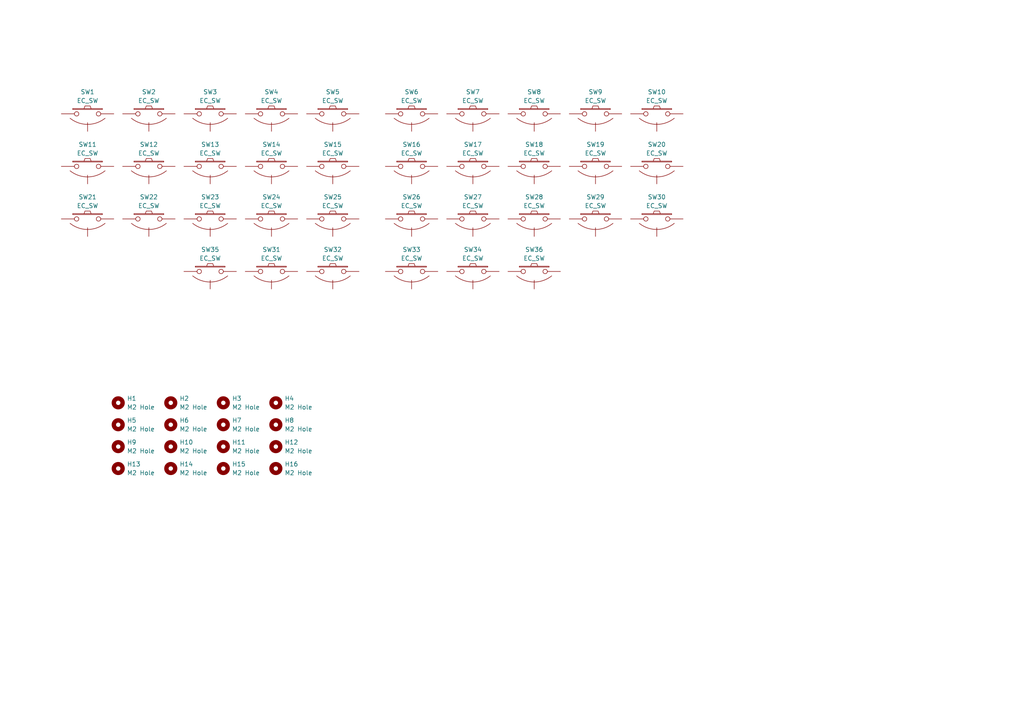
<source format=kicad_sch>
(kicad_sch (version 20230121) (generator eeschema)
  (paper "A4")
  (title_block (title "Le Capybara Plate (36 keys)") (date "2024-02-21") (rev "1.0") (company "sporkus"))
  (lib_symbols
    (symbol "Mechanical:MountingHole" (pin_names (offset 1.016))
      (property "Reference" "H" (at 0 5.08 0))
      (property "Value" "MountingHole" (at 0 3.175 0))
      (symbol "MountingHole_0_1"
        (circle (center 0 0) (radius 1.27) (stroke (width 1.27)))
      )
    )
    (symbol "cipulot_parts:EC_SW" (pin_numbers hide) (pin_names (offset 1.016) hide)
      (property "Reference" "SW" (at 3.81 2.794 0))
      (property "Value" "EC_SW" (at -3.81 3.81 0))
      (symbol "EC_SW_0_1"
        (arc (start -5.08 -1.27) (mid 0 -3.052) (end 5.08 -1.27))
        (rectangle (start -4.318 1.27) (end 4.318 1.524))
        (polyline (pts (xy -1.016 1.524) (xy -0.762 2.286) (xy 0.762 2.286) (xy 1.016 1.524)))
        (pin passive inverted (at -7.62 0 0) (length 5.08) (name "1") (number "1"))
        (pin passive inverted (at 7.62 0 180) (length 5.08) (name "2") (number "2"))
      )
      (symbol "EC_SW_1_1"
        (pin input line (at 0 -5.08 90) (length 2.54) (name "SG") (number "3"))
      )
    )
  )
  (symbol (lib_id "cipulot_parts:EC_SW") (at 25.4 48.26 0) (mirror y) (unit 1) (in_bom no)
    (property "Reference" "SW11" (at 25.4 41.91 0))
    (property "Value" "EC_SW" (at 25.4 44.45 0))
    (property "Footprint" "capacitive_sensors:plate_cut_1U_topre" (effects hide))
  )
  (symbol (lib_id "Mechanical:MountingHole") (at 34.29 135.89 0) (unit 1)
    (property "Reference" "H13" (at 36.83 134.62 0) (effects (justify left)))
    (property "Value" "M2 Hole" (at 36.83 137.16 0) (effects (justify left)))
    (property "Footprint" "capacitive_sensors:MountingHole_1.6mm_M2_tapped" (effects hide))
  )
  (symbol (lib_id "cipulot_parts:EC_SW") (at 96.52 48.26 0) (mirror y) (unit 1) (in_bom no)
    (property "Reference" "SW15" (at 96.52 41.91 0))
    (property "Value" "EC_SW" (at 96.52 44.45 0))
    (property "Footprint" "capacitive_sensors:plate_cut_1U_topre" (effects hide))
  )
  (symbol (lib_id "Mechanical:MountingHole") (at 64.77 116.84 0) (unit 1)
    (property "Reference" "H3" (at 67.31 115.57 0) (effects (justify left)))
    (property "Value" "M2 Hole" (at 67.31 118.11 0) (effects (justify left)))
    (property "Footprint" "capacitive_sensors:MountingHole_1.6mm_M2_tapped" (effects hide))
  )
  (symbol (lib_id "cipulot_parts:EC_SW") (at 172.72 63.5 0) (mirror y) (unit 1) (in_bom no)
    (property "Reference" "SW29" (at 172.72 57.15 0))
    (property "Value" "EC_SW" (at 172.72 59.69 0))
    (property "Footprint" "capacitive_sensors:plate_cut_1U_topre" (effects hide))
  )
  (symbol (lib_id "Mechanical:MountingHole") (at 34.29 129.54 0) (unit 1)
    (property "Reference" "H9" (at 36.83 128.27 0) (effects (justify left)))
    (property "Value" "M2 Hole" (at 36.83 130.81 0) (effects (justify left)))
    (property "Footprint" "capacitive_sensors:MountingHole_1.6mm_M2_tapped" (effects hide))
  )
  (symbol (lib_id "Mechanical:MountingHole") (at 49.53 135.89 0) (unit 1)
    (property "Reference" "H14" (at 52.07 134.62 0) (effects (justify left)))
    (property "Value" "M2 Hole" (at 52.07 137.16 0) (effects (justify left)))
    (property "Footprint" "capacitive_sensors:MountingHole_1.6mm_M2_tapped" (effects hide))
  )
  (symbol (lib_id "cipulot_parts:EC_SW") (at 154.94 63.5 0) (mirror y) (unit 1) (in_bom no)
    (property "Reference" "SW28" (at 154.94 57.15 0))
    (property "Value" "EC_SW" (at 154.94 59.69 0))
    (property "Footprint" "capacitive_sensors:plate_cut_1U_topre" (effects hide))
  )
  (symbol (lib_id "cipulot_parts:EC_SW") (at 60.96 63.5 0) (mirror y) (unit 1) (in_bom no)
    (property "Reference" "SW23" (at 60.96 57.15 0))
    (property "Value" "EC_SW" (at 60.96 59.69 0))
    (property "Footprint" "capacitive_sensors:plate_cut_1U_topre" (effects hide))
  )
  (symbol (lib_id "Mechanical:MountingHole") (at 80.01 135.89 0) (unit 1)
    (property "Reference" "H16" (at 82.55 134.62 0) (effects (justify left)))
    (property "Value" "M2 Hole" (at 82.55 137.16 0) (effects (justify left)))
    (property "Footprint" "capacitive_sensors:MountingHole_1.6mm_M2_tapped" (effects hide))
  )
  (symbol (lib_id "cipulot_parts:EC_SW") (at 119.38 78.74 0) (mirror y) (unit 1) (in_bom no)
    (property "Reference" "SW33" (at 119.38 72.39 0))
    (property "Value" "EC_SW" (at 119.38 74.93 0))
    (property "Footprint" "capacitive_sensors:plate_cut_1U_topre" (effects hide))
  )
  (symbol (lib_id "cipulot_parts:EC_SW") (at 154.94 78.74 0) (mirror y) (unit 1) (in_bom no)
    (property "Reference" "SW36" (at 154.94 72.39 0))
    (property "Value" "EC_SW" (at 154.94 74.93 0))
    (property "Footprint" "capacitive_sensors:plate_cut_1U_topre" (effects hide))
  )
  (symbol (lib_id "cipulot_parts:EC_SW") (at 119.38 63.5 0) (mirror y) (unit 1) (in_bom no)
    (property "Reference" "SW26" (at 119.38 57.15 0))
    (property "Value" "EC_SW" (at 119.38 59.69 0))
    (property "Footprint" "capacitive_sensors:plate_cut_1U_topre" (effects hide))
  )
  (symbol (lib_id "cipulot_parts:EC_SW") (at 78.74 78.74 0) (mirror y) (unit 1) (in_bom no)
    (property "Reference" "SW31" (at 78.74 72.39 0))
    (property "Value" "EC_SW" (at 78.74 74.93 0))
    (property "Footprint" "capacitive_sensors:plate_cut_1U_topre" (effects hide))
  )
  (symbol (lib_id "Mechanical:MountingHole") (at 34.29 116.84 0) (unit 1)
    (property "Reference" "H1" (at 36.83 115.57 0) (effects (justify left)))
    (property "Value" "M2 Hole" (at 36.83 118.11 0) (effects (justify left)))
    (property "Footprint" "capacitive_sensors:MountingHole_1.6mm_M2_tapped" (effects hide))
  )
  (symbol (lib_id "Mechanical:MountingHole") (at 80.01 129.54 0) (unit 1)
    (property "Reference" "H12" (at 82.55 128.27 0) (effects (justify left)))
    (property "Value" "M2 Hole" (at 82.55 130.81 0) (effects (justify left)))
    (property "Footprint" "capacitive_sensors:MountingHole_1.6mm_M2_tapped" (effects hide))
  )
  (symbol (lib_id "cipulot_parts:EC_SW") (at 60.96 48.26 0) (mirror y) (unit 1) (in_bom no)
    (property "Reference" "SW13" (at 60.96 41.91 0))
    (property "Value" "EC_SW" (at 60.96 44.45 0))
    (property "Footprint" "capacitive_sensors:plate_cut_1U_topre" (effects hide))
  )
  (symbol (lib_id "Mechanical:MountingHole") (at 49.53 129.54 0) (unit 1)
    (property "Reference" "H10" (at 52.07 128.27 0) (effects (justify left)))
    (property "Value" "M2 Hole" (at 52.07 130.81 0) (effects (justify left)))
    (property "Footprint" "capacitive_sensors:MountingHole_1.6mm_M2_tapped" (effects hide))
  )
  (symbol (lib_id "cipulot_parts:EC_SW") (at 43.18 63.5 0) (mirror y) (unit 1) (in_bom no)
    (property "Reference" "SW22" (at 43.18 57.15 0))
    (property "Value" "EC_SW" (at 43.18 59.69 0))
    (property "Footprint" "capacitive_sensors:plate_cut_1U_topre" (effects hide))
  )
  (symbol (lib_id "Mechanical:MountingHole") (at 64.77 129.54 0) (unit 1)
    (property "Reference" "H11" (at 67.31 128.27 0) (effects (justify left)))
    (property "Value" "M2 Hole" (at 67.31 130.81 0) (effects (justify left)))
    (property "Footprint" "capacitive_sensors:MountingHole_1.6mm_M2_tapped" (effects hide))
  )
  (symbol (lib_id "cipulot_parts:EC_SW") (at 119.38 33.02 0) (mirror y) (unit 1) (in_bom no)
    (property "Reference" "SW6" (at 119.38 26.67 0))
    (property "Value" "EC_SW" (at 119.38 29.21 0))
    (property "Footprint" "capacitive_sensors:plate_cut_1U_topre" (effects hide))
  )
  (symbol (lib_id "Mechanical:MountingHole") (at 34.29 123.19 0) (unit 1)
    (property "Reference" "H5" (at 36.83 121.92 0) (effects (justify left)))
    (property "Value" "M2 Hole" (at 36.83 124.46 0) (effects (justify left)))
    (property "Footprint" "capacitive_sensors:MountingHole_1.6mm_M2_tapped" (effects hide))
  )
  (symbol (lib_id "cipulot_parts:EC_SW") (at 172.72 48.26 0) (mirror y) (unit 1) (in_bom no)
    (property "Reference" "SW19" (at 172.72 41.91 0))
    (property "Value" "EC_SW" (at 172.72 44.45 0))
    (property "Footprint" "capacitive_sensors:plate_cut_1U_topre" (effects hide))
  )
  (symbol (lib_id "cipulot_parts:EC_SW") (at 78.74 63.5 0) (mirror y) (unit 1) (in_bom no)
    (property "Reference" "SW24" (at 78.74 57.15 0))
    (property "Value" "EC_SW" (at 78.74 59.69 0))
    (property "Footprint" "capacitive_sensors:plate_cut_1U_topre" (effects hide))
  )
  (symbol (lib_id "Mechanical:MountingHole") (at 64.77 135.89 0) (unit 1)
    (property "Reference" "H15" (at 67.31 134.62 0) (effects (justify left)))
    (property "Value" "M2 Hole" (at 67.31 137.16 0) (effects (justify left)))
    (property "Footprint" "capacitive_sensors:MountingHole_1.6mm_M2_tapped" (effects hide))
  )
  (symbol (lib_id "cipulot_parts:EC_SW") (at 25.4 33.02 0) (mirror y) (unit 1) (in_bom no)
    (property "Reference" "SW1" (at 25.4 26.67 0))
    (property "Value" "EC_SW" (at 25.4 29.21 0))
    (property "Footprint" "capacitive_sensors:plate_cut_1U_topre" (effects hide))
  )
  (symbol (lib_id "cipulot_parts:EC_SW") (at 190.5 48.26 0) (mirror y) (unit 1) (in_bom no)
    (property "Reference" "SW20" (at 190.5 41.91 0))
    (property "Value" "EC_SW" (at 190.5 44.45 0))
    (property "Footprint" "capacitive_sensors:plate_cut_1U_topre" (effects hide))
  )
  (symbol (lib_id "cipulot_parts:EC_SW") (at 137.16 78.74 0) (mirror y) (unit 1) (in_bom no)
    (property "Reference" "SW34" (at 137.16 72.39 0))
    (property "Value" "EC_SW" (at 137.16 74.93 0))
    (property "Footprint" "capacitive_sensors:plate_cut_1U_topre" (effects hide))
  )
  (symbol (lib_id "Mechanical:MountingHole") (at 49.53 123.19 0) (unit 1)
    (property "Reference" "H6" (at 52.07 121.92 0) (effects (justify left)))
    (property "Value" "M2 Hole" (at 52.07 124.46 0) (effects (justify left)))
    (property "Footprint" "capacitive_sensors:MountingHole_1.6mm_M2_tapped" (effects hide))
  )
  (symbol (lib_id "cipulot_parts:EC_SW") (at 137.16 48.26 0) (mirror y) (unit 1) (in_bom no)
    (property "Reference" "SW17" (at 137.16 41.91 0))
    (property "Value" "EC_SW" (at 137.16 44.45 0))
    (property "Footprint" "capacitive_sensors:plate_cut_1U_topre" (effects hide))
  )
  (symbol (lib_id "cipulot_parts:EC_SW") (at 78.74 33.02 0) (mirror y) (unit 1) (in_bom no)
    (property "Reference" "SW4" (at 78.74 26.67 0))
    (property "Value" "EC_SW" (at 78.74 29.21 0))
    (property "Footprint" "capacitive_sensors:plate_cut_1U_topre" (effects hide))
  )
  (symbol (lib_id "cipulot_parts:EC_SW") (at 190.5 63.5 0) (mirror y) (unit 1) (in_bom no)
    (property "Reference" "SW30" (at 190.5 57.15 0))
    (property "Value" "EC_SW" (at 190.5 59.69 0))
    (property "Footprint" "capacitive_sensors:plate_cut_1U_topre" (effects hide))
  )
  (symbol (lib_id "cipulot_parts:EC_SW") (at 78.74 48.26 0) (mirror y) (unit 1) (in_bom no)
    (property "Reference" "SW14" (at 78.74 41.91 0))
    (property "Value" "EC_SW" (at 78.74 44.45 0))
    (property "Footprint" "capacitive_sensors:plate_cut_1U_topre" (effects hide))
  )
  (symbol (lib_id "cipulot_parts:EC_SW") (at 154.94 33.02 0) (mirror y) (unit 1) (in_bom no)
    (property "Reference" "SW8" (at 154.94 26.67 0))
    (property "Value" "EC_SW" (at 154.94 29.21 0))
    (property "Footprint" "capacitive_sensors:plate_cut_1U_topre" (effects hide))
  )
  (symbol (lib_id "cipulot_parts:EC_SW") (at 96.52 63.5 0) (mirror y) (unit 1) (in_bom no)
    (property "Reference" "SW25" (at 96.52 57.15 0))
    (property "Value" "EC_SW" (at 96.52 59.69 0))
    (property "Footprint" "capacitive_sensors:plate_cut_1U_topre" (effects hide))
  )
  (symbol (lib_id "Mechanical:MountingHole") (at 80.01 123.19 0) (unit 1)
    (property "Reference" "H8" (at 82.55 121.92 0) (effects (justify left)))
    (property "Value" "M2 Hole" (at 82.55 124.46 0) (effects (justify left)))
    (property "Footprint" "capacitive_sensors:MountingHole_1.6mm_M2_tapped" (effects hide))
  )
  (symbol (lib_id "cipulot_parts:EC_SW") (at 96.52 78.74 0) (mirror y) (unit 1) (in_bom no)
    (property "Reference" "SW32" (at 96.52 72.39 0))
    (property "Value" "EC_SW" (at 96.52 74.93 0))
    (property "Footprint" "capacitive_sensors:plate_cut_1U_topre" (effects hide))
  )
  (symbol (lib_id "Mechanical:MountingHole") (at 64.77 123.19 0) (unit 1)
    (property "Reference" "H7" (at 67.31 121.92 0) (effects (justify left)))
    (property "Value" "M2 Hole" (at 67.31 124.46 0) (effects (justify left)))
    (property "Footprint" "capacitive_sensors:MountingHole_1.6mm_M2_tapped" (effects hide))
  )
  (symbol (lib_id "cipulot_parts:EC_SW") (at 96.52 33.02 0) (mirror y) (unit 1) (in_bom no)
    (property "Reference" "SW5" (at 96.52 26.67 0))
    (property "Value" "EC_SW" (at 96.52 29.21 0))
    (property "Footprint" "capacitive_sensors:plate_cut_1U_topre" (effects hide))
  )
  (symbol (lib_id "cipulot_parts:EC_SW") (at 60.96 78.74 0) (mirror y) (unit 1) (in_bom no)
    (property "Reference" "SW35" (at 60.96 72.39 0))
    (property "Value" "EC_SW" (at 60.96 74.93 0))
    (property "Footprint" "capacitive_sensors:plate_cut_1U_topre" (effects hide))
  )
  (symbol (lib_id "cipulot_parts:EC_SW") (at 137.16 33.02 0) (mirror y) (unit 1) (in_bom no)
    (property "Reference" "SW7" (at 137.16 26.67 0))
    (property "Value" "EC_SW" (at 137.16 29.21 0))
    (property "Footprint" "capacitive_sensors:plate_cut_1U_topre" (effects hide))
  )
  (symbol (lib_id "cipulot_parts:EC_SW") (at 60.96 33.02 0) (mirror y) (unit 1) (in_bom no)
    (property "Reference" "SW3" (at 60.96 26.67 0))
    (property "Value" "EC_SW" (at 60.96 29.21 0))
    (property "Footprint" "capacitive_sensors:plate_cut_1U_topre" (effects hide))
  )
  (symbol (lib_id "cipulot_parts:EC_SW") (at 43.18 48.26 0) (mirror y) (unit 1) (in_bom no)
    (property "Reference" "SW12" (at 43.18 41.91 0))
    (property "Value" "EC_SW" (at 43.18 44.45 0))
    (property "Footprint" "capacitive_sensors:plate_cut_1U_topre" (effects hide))
  )
  (symbol (lib_id "Mechanical:MountingHole") (at 80.01 116.84 0) (unit 1)
    (property "Reference" "H4" (at 82.55 115.57 0) (effects (justify left)))
    (property "Value" "M2 Hole" (at 82.55 118.11 0) (effects (justify left)))
    (property "Footprint" "capacitive_sensors:MountingHole_1.6mm_M2_tapped" (effects hide))
  )
  (symbol (lib_id "cipulot_parts:EC_SW") (at 154.94 48.26 0) (mirror y) (unit 1) (in_bom no)
    (property "Reference" "SW18" (at 154.94 41.91 0))
    (property "Value" "EC_SW" (at 154.94 44.45 0))
    (property "Footprint" "capacitive_sensors:plate_cut_1U_topre" (effects hide))
  )
  (symbol (lib_id "cipulot_parts:EC_SW") (at 119.38 48.26 0) (mirror y) (unit 1) (in_bom no)
    (property "Reference" "SW16" (at 119.38 41.91 0))
    (property "Value" "EC_SW" (at 119.38 44.45 0))
    (property "Footprint" "capacitive_sensors:plate_cut_1U_topre" (effects hide))
  )
  (symbol (lib_id "cipulot_parts:EC_SW") (at 137.16 63.5 0) (mirror y) (unit 1) (in_bom no)
    (property "Reference" "SW27" (at 137.16 57.15 0))
    (property "Value" "EC_SW" (at 137.16 59.69 0))
    (property "Footprint" "capacitive_sensors:plate_cut_1U_topre" (effects hide))
  )
  (symbol (lib_id "cipulot_parts:EC_SW") (at 43.18 33.02 0) (mirror y) (unit 1) (in_bom no)
    (property "Reference" "SW2" (at 43.18 26.67 0))
    (property "Value" "EC_SW" (at 43.18 29.21 0))
    (property "Footprint" "capacitive_sensors:plate_cut_1U_topre" (effects hide))
  )
  (symbol (lib_id "cipulot_parts:EC_SW") (at 190.5 33.02 0) (mirror y) (unit 1) (in_bom no)
    (property "Reference" "SW10" (at 190.5 26.67 0))
    (property "Value" "EC_SW" (at 190.5 29.21 0))
    (property "Footprint" "capacitive_sensors:plate_cut_1U_topre" (effects hide))
  )
  (symbol (lib_id "Mechanical:MountingHole") (at 49.53 116.84 0) (unit 1)
    (property "Reference" "H2" (at 52.07 115.57 0) (effects (justify left)))
    (property "Value" "M2 Hole" (at 52.07 118.11 0) (effects (justify left)))
    (property "Footprint" "capacitive_sensors:MountingHole_1.6mm_M2_tapped" (effects hide))
  )
  (symbol (lib_id "cipulot_parts:EC_SW") (at 25.4 63.5 0) (mirror y) (unit 1) (in_bom no)
    (property "Reference" "SW21" (at 25.4 57.15 0))
    (property "Value" "EC_SW" (at 25.4 59.69 0))
    (property "Footprint" "capacitive_sensors:plate_cut_1U_topre" (effects hide))
  )
  (symbol (lib_id "cipulot_parts:EC_SW") (at 172.72 33.02 0) (mirror y) (unit 1) (in_bom no)
    (property "Reference" "SW9" (at 172.72 26.67 0))
    (property "Value" "EC_SW" (at 172.72 29.21 0))
    (property "Footprint" "capacitive_sensors:plate_cut_1U_topre" (effects hide))
  )
)
</source>
